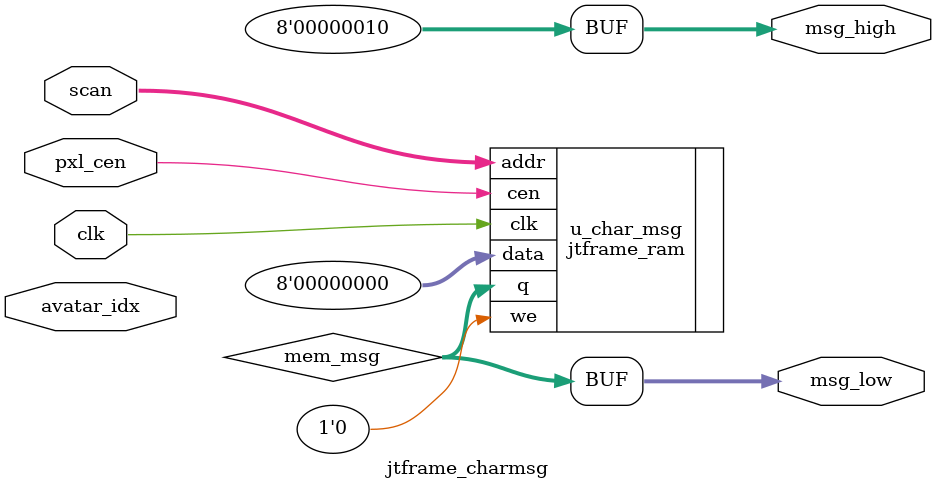
<source format=v>
/*  This file is part of JTFRAME.
    JTFRAME program is free software: you can redistribute it and/or modify
    it under the terms of the GNU General Public License as published by
    the Free Software Foundation, either version 3 of the License, or
    (at your option) any later version.

    JTFRAME program is distributed in the hope that it will be useful,
    but WITHOUT ANY WARRANTY; without even the implied warranty of
    MERCHANTABILITY or FITNESS FOR A PARTICULAR PURPOSE.  See the
    GNU General Public License for more details.

    You should have received a copy of the GNU General Public License
    along with JTFRAME.  If not, see <http://www.gnu.org/licenses/>.

    Author: Jose Tejada Gomez. Twitter: @topapate
    Version: 1.0
    Date: 18-2-2019 */

// Alternative memory for on-screen message generation
// SW = width of the memory address/scan vectors
// msg_width output is a fixed value equal to HVAL

module jtframe_charmsg #(parameter SW=10, HVAL=8'd2, VERTICAL=1)(
    input            clk,
    input            pxl_cen,  /* synthesis direct_enable = 1 */

    input      [3:0] avatar_idx,
    input   [SW-1:0] scan,
    output reg [7:0] msg_low,
    output     [7:0] msg_high
);

wire [7:0] mem_msg, mem_msg_av;

jtframe_ram #(.AW(SW),.SYNFILE("msg.hex"),.SIMFILE("msg.bin")) u_char_msg(
    .clk    ( clk         ),
    .cen    ( pxl_cen     ),
    .data   ( 8'd0        ),
    .addr   ( scan        ),
    .we     ( 1'b0        ),
    .q      ( mem_msg     )
);

`ifdef JTFRAME_AVATARS
wire [4:0] av_sel0 = VERTICAL ? scan[9:5] : scan[4:0];
wire [4:0] av_sel1  = VERTICAL ? scan[4:0] : scan[9:5];
localparam [4:0] AVPOS = VERTICAL ? 5'd8 : 5'd22;

wire [8:0] av_scan = { avatar_idx, av_sel0 };

jtframe_ram #(.AW(9),.SYNFILE("msg_av.hex")) u_ram_msg_av(
    .clk    ( clk         ),
    .cen    ( pxl_cen        ),
    .data   ( 8'd0        ),
    .addr   ( av_scan     ),
    .we     ( 1'b0        ),
    .q      ( mem_msg_av  )
);

reg av_col;

always @(*) begin
    av_col  = av_sel1 == AVPOS;
    msg_low = av_col ? mem_msg_av : mem_msg;
end
`else 
always @(*) msg_low = mem_msg;
`endif

assign msg_high = HVAL;

endmodule
</source>
